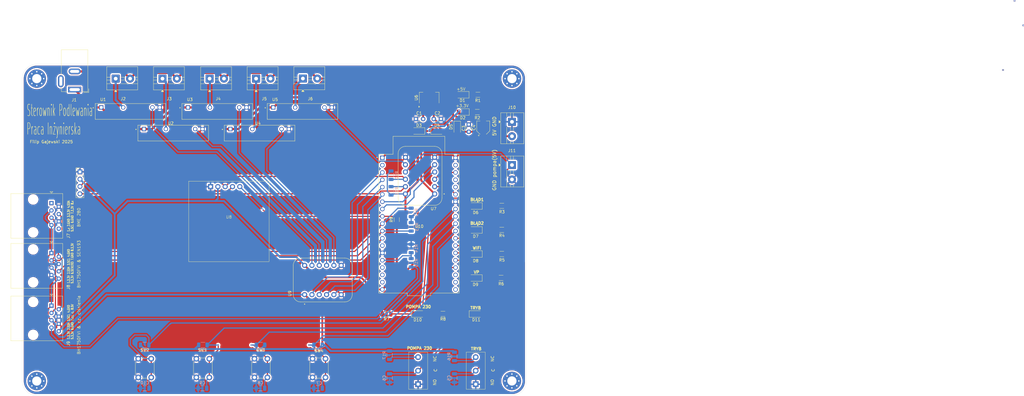
<source format=kicad_pcb>
(kicad_pcb (version 20241229) (generator "pcbnew") (generator_version "9.0")
  (layers (0 "F.Cu" signal) (2 "B.Cu" signal) (13 "F.Paste" user) (15 "B.Paste" user) (5 "F.SilkS" user "F.Silkscreen") (7 "B.SilkS" user "B.Silkscreen") (1 "F.Mask" user) (3 "B.Mask" user) (25 "Edge.Cuts" user))
  (net 0 "")
  (net 1 "/SW1")
  (net 2 "GND")
  (net 3 "/Pompa_230 M")
  (net 4 "Net-(D2-K)")
  (net 5 "+5V")
  (net 6 "Net-(D4-A)")
  (net 7 "+3.3V")
  (net 8 "Net-(D5-A)")
  (net 9 "/BŁĄD1")
  (net 10 "/BŁĄD2")
  (net 11 "Net-(D1-K)")
  (net 12 "/WIFI")
  (net 13 "Net-(D6-K)")
  (net 14 "/TRYB")
  (net 15 "Net-(D7-K)")
  (net 16 "/Pompa_230_5V")
  (net 17 "/Sekcja 2")
  (net 18 "/Sekcja 3")
  (net 19 "/Sekcja 4")
  (net 20 "/Sekcja 5")
  (net 21 "/Pompa_230")
  (net 22 "/Sekcja 1")
  (net 23 "Net-(D3-A)")
  (net 24 "Net-(D9-K)")
  (net 25 "/SW2")
  (net 26 "/SW3")
  (net 27 "/SW4")
  (net 28 "/SEN0193_WYJŚCIE")
  (net 29 "/DS_WYJŚCIE")
  (net 30 "/Sekcja 1_5V")
  (net 31 "/Sekcja 2_5V")
  (net 32 "/Sekcja 3_5V")
  (net 33 "GND_VP")
  (net 34 "Net-(D10-K)")
  (net 35 "Net-(D11-K)")
  (net 37 "VP")
  (net 38 "Net-(J5-Pin_1)")
  (net 39 "/Sekcja 4_5V")
  (net 40 "Net-(J6-Pin_1)")
  (net 41 "Net-(J2-Pin_1)")
  (net 42 "Net-(J3-Pin_1)")
  (net 43 "Net-(J4-Pin_1)")
  (net 44 "/Czujnik ciśnienia output")
  (net 45 "Net-(D8-K)")
  (net 46 "SCL_1")
  (net 47 "SDA_1")
  (net 48 "SCL_2")
  (net 49 "SDA_2_5V")
  (net 50 "SCL_2_5V")
  (net 51 "SDA_2")
  (net 52 "Net-(SW6-A)")
  (net 53 "Net-(SW5-A)")
  (net 63 "unconnected-(U10-IO12-Pad13)")
  (net 65 "/Sekcja 5_5V")
  (net 68 "Net-(J9-Pad7)")
  (footprint "Relay_THT:RELAY_G3MB-202P" (layer "F.Cu") (at 132.38 58.9)
    (property "Reference" "U4")
    (property "Value" "HHG1D-1")
  )
  (footprint "LED_SMD:LED_1206_3216Metric" (layer "F.Cu") (at 202.9 51.6 180)
    (property "Reference" "D2")
    (property "Value" "LED")
  )
  (footprint "LED_SMD:LED_1206_3216Metric" (layer "F.Cu") (at 207.35 109.25 180)
    (property "Reference" "D9")
    (property "Value" "LED")
  )
  (footprint "Resistor_SMD:R_1206_3216Metric" (layer "F.Cu") (at 207.9625 51.6)
    (property "Reference" "R2")
    (property "Value" "130R")
  )
  (footprint "Resistor_SMD:R_1206_3216Metric" (layer "F.Cu") (at 196.0375 121.6625 180)
    (property "Reference" "R8")
    (property "Value" "130R")
  )
  (footprint "TerminalBlock:TerminalBlock_MaiXu_MX126-5.0-02P_1x02_P5.00mm" (layer "F.Cu") (at 98.65 40)
    (property "Reference" "J3")
    (property "Value" "Screw_Terminal_01x02")
  )
  (footprint "Resistor_SMD:R_1206_3216Metric" (layer "F.Cu") (at 180 88.9625 90)
    (property "Reference" "R9")
    (property "Value" "3k3")
  )
  (footprint "MountingHole:MountingHole_3.2mm_M3_Pad_Via" (layer "F.Cu") (at 55 40)
    (property "Reference" "REF**" (hide yes))
    (property "Value" "MountingHole_3.2mm_M3_Pad_Via")
  )
  (footprint "Connector_RJ:RJ45_Amphenol_54602-x08_Horizontal" (layer "F.Cu") (at 60.1 100.5575 -90)
    (property "Reference" "J8")
    (property "Value" "RJ45")
  )
  (footprint "Resistor_SMD:R_1206_3216Metric" (layer "F.Cu") (at 216.4625 84.1625)
    (property "Reference" "R3")
    (property "Value" "130R")
  )
  (footprint "ESP32:MODULE_ESP32-DEVKITC" (layer "F.Cu") (at 187.7 90.35)
    (property "Reference" "U10")
    (property "Value" "ESP32-DEVKITC")
  )
  (footprint "Resistor_SMD:R_1206_3216Metric" (layer "F.Cu") (at 216.4625 92.5225)
    (property "Reference" "R4")
    (property "Value" "130R")
  )
  (footprint "Toggle_Switch:Toggle Switch Bootland 4.7mm" (layer "F.Cu") (at 207.4 141.4025 90)
    (property "Reference" "SW6" (hide yes))
    (property "Value" "SW_Nidec_CAS-120A1")
  )
  (footprint "TerminalBlock:TerminalBlock_MaiXu_MX126-5.0-02P_1x02_P5.00mm" (layer "F.Cu") (at 115 40)
    (property "Reference" "J4")
    (property "Value" "Screw_Terminal_01x02")
  )
  (footprint "LED_SMD:LED_1206_3216Metric" (layer "F.Cu") (at 207.403 121.7025)
    (property "Reference" "D11")
    (property "Value" "LED")
  )
  (footprint "Resistor_SMD:R_1206_3216Metric" (layer "F.Cu") (at 208.1625 45.6)
    (property "Reference" "R1")
    (property "Value" "300R")
  )
  (footprint "Button_Switch_THT:SW_PUSH_6mm" (layer "F.Cu") (at 110.416667 143.75 90)
    (property "Reference" "SW1")
    (property "Value" "SW_Push_Dual_x2")
  )
  (footprint "Capacitor_THT:C_Disc_D3.0mm_W1.6mm_P2.50mm" (layer "F.Cu") (at 205 58.45 90)
    (property "Reference" "C3")
    (property "Value" "0.1u")
  )
  (footprint "TerminalBlock:TerminalBlock_MaiXu_MX126-5.0-02P_1x02_P5.00mm" (layer "F.Cu") (at 82.4 40)
    (property "Reference" "J2")
    (property "Value" "Screw_Terminal_01x02")
  )
  (footprint "TerminalBlock:TerminalBlock_MaiXu_MX126-5.0-02P_1x02_P5.00mm" (layer "F.Cu") (at 220 70 -90)
    (property "Reference" "J11")
    (property "Value" "Screw_Terminal_01x02")
  )
  (footprint "Connector_PinHeader_2.54mm:PinHeader_1x04_P2.54mm_Vertical" (layer "F.Cu") (at 70 72.37)
    (property "Reference" "J12" (hide yes))
    (property "Value" "Conn_01x04_Socket" (hide yes))
  )
  (footprint "Button_Switch_THT:SW_PUSH_6mm" (layer "F.Cu") (at 150.75 143.75 90)
    (property "Reference" "SW4")
    (property "Value" "SW_Push_Dual_x2")
  )
  (footprint "Relay_THT:RELAY_G3MB-202P" (layer "F.Cu") (at 87.54 51.4)
    (property "Reference" "U1")
    (property "Value" "HHG1D-1")
  )
  (footprint "Resistor_SMD:R_1206_3216Metric" (layer "F.Cu") (at 176.4625 121.75 180)
    (property "Reference" "R7")
    (property "Value" "1300")
  )
  (footprint "Resistor_SMD:R_1206_3216Metric" (layer "F.Cu") (at 216.4625 100.8825)
    (property "Reference" "R5")
    (property "Value" "130R")
  )
  (footprint "LED_SMD:LED_1206_3216Metric" (layer "F.Cu") (at 207.403 100.869167 180)
    (property "Reference" "D8")
    (property "Value" "LED")
  )
  (footprint "Capacitor_SMD:CP_Elec_4x5.4" (layer "F.Cu") (at 210 56.975 90)
    (property "Reference" "C4")
    (property "Value" "0.33u")
  )
  (footprint "Connector_BarrelJack:BarrelJack_GCT_DCJ200-10-A_Horizontal" (layer "F.Cu") (at 68.15 43.8 180)
    (property "Reference" "J1")
    (property "Value" "Barrel_Jack_MountingPin")
  )
  (footprint "LED_SMD:LED_1206_3216Metric" (layer "F.Cu") (at 202.8 45.6 180)
    (property "Reference" "D1")
    (property "Value" "LED")
  )
  (footprint "MountingHole:MountingHole_3.2mm_M3_Pad_Via" (layer "F.Cu") (at 220 40)
    (property "Reference" "REF**" (hide yes))
    (property "Value" "MountingHole_3.2mm_M3_Pad_Via")
  )
  (footprint "LED_SMD:LED_1206_3216Metric" (layer "F.Cu") (at 187.4 121.7025)
    (property "Reference" "D10")
    (property "Value" "LED")
  )
  (footprint "Toggle_Switch:Toggle Switch Bootland 4.7mm" (layer "F.Cu") (at 187.4 141.4025 90)
    (property "Reference" "SW5" (hide yes))
    (property "Value" "SW_Nidec_CAS-120A1")
  )
  (footprint "Button_Switch_THT:SW_PUSH_6mm" (layer "F.Cu") (at 130.583333 143.75 90)
    (property "Reference" "SW3")
    (property "Value" "SW_Push_Dual_x2")
  )
  (footprint "Resistor_SMD:R_1206_3216Metric" (layer "F.Cu") (at 216.2125 109.2025)
    (property "Reference" "R6")
    (property "Value" "2k2")
  )
  (footprint "MountingHole:MountingHole_3.2mm_M3_Pad_Via" (layer "F.Cu") (at 55 145)
    (property "Reference" "REF**" (hide yes))
    (property "Value" "MountingHole_3.2mm_M3_Pad_Via")
  )
  (footprint "Diode_SMD:D_1206_3216Metric" (layer "F.Cu") (at 187.475 58.15 180)
    (property "Reference" "D3")
    (property "Value" "D_Schottky")
  )
  (footprint "TerminalBlock:TerminalBlock_MaiXu_MX126-5.0-02P_1x02_P5.00mm" (layer "F.Cu") (at 220 55 -90)
    (property "Reference" "J10")
    (property "Value" "Screw_Terminal_01x02")
  )
  (footprint "TerminalBlock:TerminalBlock_MaiXu_MX126-5.0-02P_1x02_P5.00mm" (layer "F.Cu") (at 131.15 40)
    (property "Reference" "J5")
    (property "Value" "Screw_Terminal_01x02")
  )
  (footprint "MountingHole:MountingHole_3.2mm_M3_Pad_Via" (layer "F.Cu") (at 219.972056 144.972056)
    (property "Reference" "REF**" (hide yes))
    (property "Value" "MountingHole_3.2mm_M3_Pad_Via")
  )
  (footprint "Relay_THT:RELAY_G3MB-202P" (layer "F.Cu") (at 117.66 51.4)
    (property "Reference" "U3")
    (property "Value" "HHG1D-1")
  )
  (footprint "Voltage_Level_Converters:MODULE_757" (layer "F.Cu") (at 154.2865 109.92 90)
    (property "Reference" "U9")
    (property "Value" "757")
  )
  (footprint "Relay_THT:RELAY_G3MB-202P" (layer "F.Cu") (at 102.38 58.9)
    (property "Reference" "U2")
    (property "Value" "HHG1D-1")
  )
  (footprint "Capacitor_THT:C_Disc_D3.0mm_W1.6mm_P2.50mm" (layer "F.Cu") (at 189.15 54 180)
    (property "Reference" "C1")
    (property "Value" "0.1u")
  )
  (footprint "Capacitor_THT:C_Disc_D3.0mm_W1.6mm_P2.50mm" (layer "F.Cu") (at 192.85 54)
    (property "Reference" "C2")
    (property "Value" "0.1u")
  )
  (footprint "Connector_RJ:RJ45_Amphenol_54602-x08_Horizontal" (layer "F.Cu") (at 60.1 83.2175 -90)
    (property "Reference" "J7")
    (property "Value" "RJ45")
  )
  (footprint "Package_TO_SOT_SMD:SOT-223" (layer "F.Cu") (at 191.2625 46.625 90)
    (property "Reference" "U6")
    (property "Value" "LD1117S33TR_SOT223")
  )
  (footprint "LED_SMD:LED_1206_3216Metric" (layer "F.Cu") (at 207.403 84.2025 180)
    (property "Reference" "D6")
    (property "Value" "LED")
  )
  (footprint "Diode_SMD:D_1206_3216Metric" (layer "F.Cu") (at 201 57.05 -90)
    (property "Reference" "D5")
    (property "Value" "D_Schottky")
  )
  (footprint "Connector_RJ:RJ45_Amphenol_54602-x08_Horizontal" (layer "F.Cu") (at 60.1 118.815 -90)
    (property "Reference" "J9")
    (property "Value" "RJ45")
  )
  (footprint "RTC:RTC DS1307 + 32kb EEPROM 24C32 I2C" (layer "F.Cu") (at 121.69 89.565)
    (property "Reference" "U8")
    (property "Value" "~")
  )
  (footprint "LED_SMD:LED_1206_3216Metric" (layer "F.Cu") (at 207.403 92.535833 180)
    (property "Reference" "D7")
    (property "Value" "LED")
  )
  (footprint "TerminalBlock:TerminalBlock_MaiXu_MX126-5.0-02P_1x02_P5.00mm" (layer "F.Cu") (at 147.4 39.9675)
    (property "Reference" "J6")
    (property "Value" "Screw_Terminal_01x02")
  )
  (footprint "Diode_SMD:D_1206_3216Metric" (layer "F.Cu") (at 194.1 58.15)
    (property "Reference" "D4")
    (property "Value" "D_Schottky")
  )
  (footprint "Voltage_Level_Converters:MODULE_757" (layer "F.Cu") (at 188.08 73.7535 180)
    (property "Reference" "U7")
    (property "Value" "757" (hide yes))
  )
  (footprint "Relay_THT:RELAY_G3MB-202P" (layer "F.Cu") (at 147.265 51.4)
    (property "Reference" "U5")
    (property "Value" "HHG1D-1")
  )
  (footprint "Button_Switch_THT:SW_PUSH_6mm" (layer "F.Cu") (at 90.25 143.75 90)
    (property "Reference" "SW2")
    (property "Value" "SW_Push_Dual_x2")
  )
  (footprint "Resistor_SMD:R_1206_3216Metric" (layer "B.Cu") (at 185 103.9625 90)
    (property "Reference" "R15")
    (property "Value" "R" (hide yes))
  )
  (footprint "Resistor_SMD:R_1206_3216Metric" (layer "B.Cu") (at 178 73.5375 -90)
    (property "Reference" "R10")
    (property "Value" "4k7")
  )
  (footprint "Resistor_SMD:R_1206_3216Metric" (layer "B.Cu") (at 152.69 132.5 180)
    (property "Reference" "R18")
    (property "Value" "10k")
  )
  (footprint "Capacitor_SMD:C_1206_3216Metric" (layer "B.Cu") (at 112.525 147.5 180)
    (property "Reference" "C9")
    (property "Value" "0.1u")
  )
  (footprint "Resistor_SMD:R_1206_3216Metric" (layer "B.Cu") (at 112.69 132.5)
    (property "Reference" "R20")
    (property "Value" "10k")
  )
  (footprint "Capacitor_SMD:C_1206_3216Metric" (layer "B.Cu") (at 177.5 143.975 -90)
    (property "Reference" "C6")
    (property "Value" "0.1u")
  )
  (footprint "Resistor_SMD:R_1206_3216Metric" (layer "B.Cu") (at 92.4625 132.5)
    (property "Reference" "R21")
    (property "Value" "10k")
  )
  (footprint "Resistor_SMD:R_1206_3216Metric" (layer "B.Cu") (at 200 136.4625 -90)
    (property "Reference" "R16")
    (property "Value" "10k")
  )
  (footprint "Resistor_SMD:R_1206_3216Metric" (layer "B.Cu") (at 185 98.9625 90)
    (property "Reference" "R14")
    (property "Value" "R")
  )
  (footprint "Capacitor_SMD:C_1206_3216Metric" (layer "B.Cu") (at 132.67 147.5 180)
    (property "Reference" "C8")
    (property "Value" "0.1u")
  )
  (footprint "Resistor_SMD:R_1206_3216Metric" (layer "B.Cu") (at 185 86.4625 90)
    (property "Reference" "R12")
    (property "Value" "3k3")
  )
  (footprint "Resistor_SMD:R_1206_3216Metric" (layer "B.Cu") (at 178 78.9625 90)
    (property "Reference" "R11")
    (property "Value" "4k7")
  )
  (footprint "Capacitor_SMD:C_1206_3216Metric" (layer "B.Cu") (at 92.475 147.5 180)
    (property "Reference" "C10")
    (property "Value" "0.1u")
  )
  (footprint "Resistor_SMD:R_1206_3216Metric" (layer "B.Cu") (at 185 91.4625 -90)
    (property "Reference" "R13")
    (property "Value" "3k3")
  )
  (footprint "Resistor_SMD:R_1206_3216Metric" (layer "B.Cu") (at 132.69 132.5 180)
    (property "Reference" "R19")
    (property "Value" "10k")
  )
  (footprint "Capacitor_SMD:C_1206_3216Metric" (layer "B.Cu") (at 200 143.975 -90)
    (property "Reference" "C5")
    (property "Value" "0.1u")
  )
  (footprint "Resistor_SMD:R_1206_3216Metric" (layer "B.Cu") (at 177.5 136.0375 -90)
    (property "Reference" "R17")
    (property "Value" "10k")
  )
  (footprint "Capacitor_SMD:C_1206_3216Metric" (layer "B.Cu") (at 152.67 147.5 180)
    (property "Reference" "C7")
    (property "Value" "0.1u")
  )
  (gr_arc (start 55 150) (mid 51.464466 148.535534) (end 50 145) (stroke (width 0.05)) (layer "Edge.Cuts"))
  (gr_arc (start 225 145) (mid 223.535534 148.535534) (end 220 150) (stroke (width 0.05)) (layer "Edge.Cuts"))
  (gr_line (start 225 145) (end 225 40) (stroke (width 0.05)) (layer "Edge.Cuts"))
  (gr_arc (start 50 40) (mid 51.464466 36.464466) (end 55 35) (stroke (width 0.05)) (layer "Edge.Cuts"))
  (gr_arc (start 220 35) (mid 223.535534 36.464466) (end 225 40) (stroke (width 0.05)) (layer "Edge.Cuts"))
  (gr_line (start 220 35) (end 55 35) (stroke (width 0.05)) (layer "Edge.Cuts"))
  (gr_line (start 50 40) (end 50 145) (stroke (width 0.05)) (layer "Edge.Cuts"))
  (gr_line (start 55 150) (end 220 150) (stroke (width 0.05)) (layer "Edge.Cuts"))
  (gr_text "5V GND" (at 214.6 60 90) (layer "F.SilkS") (effects (font (size 1.2 1.2) (thickness 0.1875)) (justify left bottom)))
  (gr_text "POMPA 230" (at 183 119.8 0) (layer "F.SilkS") (effects (font (size 1 1) (thickness 0.25) (bold yes)) (justify left bottom)))
  (gr_text "BŁĄD2\n" (at 205.4 90.8 0) (layer "F.SilkS") (effects (font (size 1 1) (thickness 0.25) (bold yes)) (justify left bottom)))
  (gr_text "1.3,3V 2.SDA 3.SCL 4.GND \n5.3,3V 6.GND 7.cz. c. 8.5V" (at 67.8 130.6 90) (layer "F.SilkS") (effects (font (size 0.8 0.6) (thickness 0.15) (bold yes)) (justify left bottom)))
  (gr_text "VP" (at 206.6 107.8 0) (layer "F.SilkS") (effects (font (size 1 1) (thickness 0.25) (bold yes)) (justify left bottom)))
  (gr_text "BH1750FVI & cz. ciśnienia" (at 70.2 135.8 90) (layer "F.SilkS") (effects (font (size 1 1) (thickness 0.125)) (justify left bottom)))
  (gr_text "1.x 2.GND 3.3,3V 4.SDA\n5.SCL 6.GND 7.3,3V 8.x" (at 67.8 93.2 90) (layer "F.SilkS") (effects (font (size 0.8 0.6) (thickness 0.15) (bold yes)) (justify left bottom)))
  (gr_text "TRYB" (at 205.4 120.2 0) (layer "F.SilkS") (effects (font (size 1 1) (thickness 0.25) (bold yes)) (justify left bottom)))
  (gr_text "+5V" (at 200.7 44.2 0) (layer "F.SilkS") (effects (font (size 1 1) (thickness 0.125)) (justify left bottom)))
  (gr_text "+3,3V" (at 200.4 50 0) (layer "F.SilkS") (effects (font (size 1 1) (thickness 0.125)) (justify left bottom)))
  (gr_text "1.3,3V 2.SDA 3.SCL 4.GND\n5.3,3V 6.SEN193 7.GND 8.3,3V" (at 67.8 111.2 90) (layer "F.SilkS") (effects (font (size 0.8 0.6) (thickness 0.15) (bold yes)) (justify left bottom)))
  (gr_text "Filip Gajewski 2025\n" (at 52.5 62.5 0) (layer "F.SilkS") (effects (font (size 1 1)) (justify left bottom)))
  (gr_text "Sterownik Podlewania\nPraca Inżynierska" (at 51.45 59.8 0) (layer "F.SilkS") (effects (font (size 4 1.4)) (justify left bottom)))
  (gr_text "BME 280" (at 70.2 91.6 90) (layer "F.SilkS") (effects (font (size 1 1) (thickness 0.125)) (justify left bottom)))
  (gr_text "TRYB" (at 205.6 134.4 0) (layer "F.SilkS") (effects (font (size 1 1) (thickness 0.25) (bold yes)) (justify left bottom)))
  (gr_text "WIFI" (at 206.2 99.4 0) (layer "F.SilkS") (effects (font (size 1 1) (thickness 0.25) (bold yes)) (justify left bottom)))
  (gr_text "GND pompa(5V)" (at 214.6 79 90) (layer "F.SilkS") (effects (font (size 1.2 1.2) (thickness 0.1875)) (justify left bottom)))
  (gr_text "BH1750FVI & SEN193" (at 70.2 112.8 90) (layer "F.SilkS") (effects (font (size 1 1) (thickness 0.125)) (justify left bottom)))
  (gr_text "BŁĄD1" (at 205.4 82.6 0) (layer "F.SilkS") (effects (font (size 1 1) (thickness 0.25) (bold yes)) (justify left bottom)))
  (gr_text "POMPA 230" (at 183.4 134.2 0) (layer "F.SilkS") (effects (font (size 1 1) (thickness 0.25) (bold yes)) (justify left bottom)))
  (via (at 390.5 37) (size 0.6) (drill 0.3) (layers "F.Cu" "B.Cu") (net 0))
  (via (at 394.5 13) (size 0.6) (drill 0.3) (layers "F.Cu" "B.Cu") (net 0))
  (via (at 397.5 21.5) (size 0.6) (drill 0.3) (layers "F.Cu" "B.Cu") (net 0))
  (segment (start 94.75 137.25) (end 94.75 143.75) (width 0.4064) (layer "F.Cu") (net 1))
  (segment (start 101.375 125.05) (end 93.925 132.5) (width 0.4064) (layer "B.Cu") (net 1))
  (segment (start 93.95 147.5) (end 93.95 144.55) (width 0.4064) (layer "B.Cu") (net 1))
  (segment (start 93.925 129.925) (end 93.925 132.5) (width 0.4064) (layer "B.Cu") (net 1))
  (segment (start 87.5 132.5) (end 87.5 130.5) (width 0.4064) (layer "B.Cu") (net 1))
  (segment (start 189 110.4) (end 174.55 124.85) (width 0.4064) (layer "B.Cu") (net 1))
  (segment (start 174.55 124.85) (end 101.725 124.85) (width 0.4064) (layer "B.Cu") (net 1))
  (segment (start 93.95 144.55) (end 94.75 143.75) (width 0.4064) (layer "B.Cu") (net 1))
  (segment (start 93 129) (end 93.925 129.925) (width 0.4064) (layer "B.Cu") (net 1))
  (segment (start 200.4 85.28) (end 189 96.68) (width 0.4064) (layer "B.Cu") (net 1))
  (segment (start 89 129) (end 93 129) (width 0.4064) (layer "B.Cu") (net 1))
  (segment (start 87.5 130.5) (end 89 129) (width 0.4064) (layer "B.Cu") (net 1))
  (segment (start 189 96.68) (end 189 110.4) (width 0.4064) (layer "B.Cu") (net 1))
  (segment (start 101.725 124.85) (end 101.375 125.2) (width 0.4064) (layer "B.Cu") (net 1))
  (segment (start 87.5 132.5) (end 92.25 137.25) (width 0.4064) (layer "B.Cu") (net 1))
  (segment (start 92.25 137.25) (end 94.75 137.25) (width 0.4064) (layer "B.Cu") (net 1))
  (via (at 192 68.5) (size 0.6) (drill 0.3) (layers "F.Cu" "B.Cu") (net 2))
  (segment (start 59.375 104.56857) (end 58.8315 105.11207) (width 0.635) (layer "B.Cu") (net 2))
  (segment (start 62.64 104.3675) (end 59.5575 104.3675) (width 0.635) (layer "B.Cu") (net 2))
  (segment (start 58.8315 106.909) (end 60.1 108.1775) (width 0.635) (layer "B.Cu") (net 2))
  (segment (start 59.5575 104.3675) (end 59.375 104.55) (width 0.635) (layer "B.Cu") (net 2))
  (segment (start 62.64 89.5675) (end 64.5 87.7075) (width 0.4064) (layer "B.Cu") (net 2))
  (segment (start 59.375 104.55) (end 59.375 104.56857) (width 0.635) (layer "B.Cu") (net 2))
  (segment (start 185 97.5) (end 178.02 97.5) (width 0.762) (layer "B.Cu") (net 2))
  (segment (start 64.5 86.3475) (end 62.64 84.4875) (width 0.4064) (layer "B.Cu") (net 2))
  (segment (start 178.02 97.5) (end 175 100.52) (width 0.762) (layer "B.Cu") (net 2))
  (segment (start 64.5 87.7075) (end 64.5 86.3475) (width 0.4064) (layer "B.Cu") (net 2))
  (segment (start 58.8315 105.11207) (end 58.8315 106.909) (width 0.635) (layer "B.Cu") (net 2))
  (segment (start 196 108) (end 198.4 105.6) (width 0.4064) (layer "F.Cu") (net 3))
  (segment (start 198.4 105.6) (end 200.4 105.6) (width 0.4064) (layer "F.Cu") (net 3))
  (segment (start 187.4 141.4025) (end 196 132.8025) (width 0.4064) (layer "F.Cu") (net 3))
  (segment (start 196 132.8025) (end 196 108) (width 0.4064) (layer "F.Cu") (net 3))
  (segment (start 187.4 141.4025) (end 186.3025 142.5) (width 0.4064) (layer "B.Cu") (net 3))
  (segment (start 186.3025 142.5) (end 177.5 142.5) (width 0.4064) (layer "B.Cu") (net 3))
  (segment (start 206.5 51.325) (end 204.3 51.325) (width 0.635) (layer "F.Cu") (net 4))
  (segment (start 193.8435 58.58725) (end 195.20625 59.95) (width 0.635) (layer "F.Cu") (net 5))
  (segment (start 193.40025 56.7565) (end 193.8435 57.19975) (width 0.635) (layer "F.Cu") (net 5))
  (segment (start 192.85 53.875) (end 194.0595 55.0845) (width 0.635) (layer "F.Cu") (net 5))
  (segment (start 187.2185 57.2815) (end 187.7435 56.7565) (width 0.635) (layer "F.Cu") (net 5))
  (segment (start 193.5625 49.775) (end 192.85 50.4875) (width 0.635) (layer "F.Cu") (net 5))
  (segment (start 171.78 113.22) (end 175 113.22) (width 0.635) (layer "F.Cu") (net 5))
  (segment (start 187.2185 75.8215) (end 187.2185 57.2815) (width 0.635) (layer "F.Cu") (net 5))
  (segment (start 197.25 55.5) (end 196.75 55.5) (width 0.635) (layer "F.Cu") (net 5))
  (segment (start 201.4 45.6) (end 199.5565 47.4435) (width 0.635) (layer "F.Cu") (net 5))
  (segment (start 199.5565 53) (end 199.5565 52) (width 0.635) (layer "F.Cu") (net 5))
  (segment (start 197.3565 55.2) (end 199.5565 53) (width 0.635) (layer "F.Cu") (net 5))
  (segment (start 201 55.65) (end 199.5565 54.2065) (width 0.635) (layer "F.Cu") (net 5))
  (segment (start 196.8 59.95) (end 197.75 59) (width 0.635) (layer "F.Cu") (net 5))
  (segment (start 167.56 109) (end 171.78 113.22) (width 0.635) (layer "F.Cu") (net 5))
  (segment (start 192.85 50.4875) (end 192.85 53.875) (width 0.635) (layer "F.Cu") (net 5))
  (segment (start 148 104.84) (end 152.16 109) (width 0.635) (layer "F.Cu") (net 5))
  (segment (start 183 80.04) (end 187.2185 75.8215) (width 0.635) (layer "F.Cu") (net 5))
  (segment (start 199.5565 54.2065) (end 199.5565 53) (width 0.635) (layer "F.Cu") (net 5))
  (segment (start 187.7435 56.7565) (end 193.40025 56.7565) (width 0.635) (layer "F.Cu") (net 5))
  (segment (start 193.8435 57.19975) (end 193.8435 58.58725) (width 0.635) (layer "F.Cu") (net 5))
  (segment (start 194.758314 55.75) (end 196.5 55.75) (width 0.635) (layer "F.Cu") (net 5))
  (segment (start 199.5565 52) (end 199.5565 52.3815) (width 0.635) (layer "F.Cu") (net 5))
  (segment (start 196.75 55.5) (end 197.05 55.2) (width 0.635) (layer "F.Cu") (net 5))
  (segment (start 195.20625 59.95) (end 196.8 59.95) (width 0.635) (layer "F.Cu") (net 5))
  (segment (start 199.5565 47.4435) (end 199.5565 52) (width 0.635) (layer "F.Cu") (net 5))
  (segment (start 152.16 109) (end 167.56 109) (width 0.635) (layer "F.Cu") (net 5))
  (segment (start 197.05 55.2) (end 197.3565 55.2) (width 0.635) (layer "F.Cu") (net 5))
  (segment (start 197.75 59) (end 197.75 56) (width 0.635) (layer "F.Cu") (net 5))
  (segment (start 197.75 56) (end 197.25 55.5) (width 0.635) (layer "F.Cu") (net 5))
  (segment (start 196.5 55.75) (end 197.05 55.2) (width 0.635) (layer "F.Cu") (net 5))
  (segment (start 194.0595 55.0845) (end 194.092814 55.0845) (width 0.635) (layer "F.Cu") (net 5))
  (segment (start 180 90.425) (end 180 108.22) (width 0.635) (layer "F.Cu") (net 5))
  (segment (start 194.092814 55.0845) (end 194.758314 55.75) (width 0.635) (layer "F.Cu") (net 5))
  (segment (start 183 87.425) (end 183 80.04) (width 0.635) (layer "F.Cu") (net 5))
  (segment (start 180 108.22) (end 175 113.22) (width 0.635) (layer "F.Cu") (net 5))
  (segment (start 180 90.425) (end 183 87.425) (width 0.635) (layer "F.Cu") (net 5))
  (segment (start 148 104.84) (end 145.12 101.96) (width 0.635) (layer "B.Cu") (net 5))
  (segment (start 176.7208 79.1458) (end 178 80.425) (width 0.4064) (layer "B.Cu") (net 5))
  (segment (start 139.46 101.96) (end 120 82.5) (width 0.635) (layer "B.Cu") (net 5))
  (segment (start 176.7208 73.3542) (end 176.7208 79.1458) (width 0.4064) (layer "B.Cu") (net 5))
  (segment (start 183.115 79.925) (end 183 80.04) (width 0.4064) (layer "B.Cu") (net 5))
  (segment (start 117.15 82.5) (end 86.51 82.5) (width 0.635) (layer "B.Cu") (net 5))
  (segment (start 145.12 101.96) (end 139.46 101.96) (width 0.635) (layer "B.Cu") (net 5))
  (segment (start 70 74.91) (end 82.05 86.96) (width 0.635) (layer "B.Cu") (net 5))
  (segment (start 117.88 81.62) (end 117 82.5) (width 0.635) (layer "B.Cu") (net 5))
  (segment (start 82.05 86.96) (end 82.05 108.295) (width 0.635) (layer "B.Cu") (net 5))
  (segment (start 178.385 80.04) (end 178 80.425) (width 0.4064) (layer "B.Cu") (net 5))
  (segment (start 183 80.04) (end 178.385 80.04) (width 0.4064) (layer "B.Cu") (net 5))
  (segment (start 117.88 77.5) (end 117.88 81.62) (width 0.635) (layer "B.Cu") (net 5))
  (segment (start 86.51 82.5) (end 82.05 86.96) (width 0.635) (layer "B.Cu") (net 5))
  (segment (start 120 82.5) (end 117.15 82.5) (width 0.635) (layer "B.Cu") (net 5))
  (segment (start 82.05 108.295) (end 62.64 127.705) (width 0.635) (layer "B.Cu") (net 5))
  (segment (start 117.15 82.5) (end 117 82.5) (width 0.635) (layer "B.Cu") (net 5))
  (segment (start 178 72.075) (end 176.7208 73.3542) (width 0.4064) (layer "B.Cu") (net 5))
  (segment (start 191.2625 53.9625) (end 191.2625 51.75) (width 0.635) (layer "F.Cu") (net 6))
  (segment (start 191.2625 54.4625) (end 191.2625 53.9625) (width 0.635) (layer "F.Cu") (net 6))
  (segment (start 190.2 51.75) (end 189.15 52.8) (width 0.635) (layer "F.Cu") (net 6))
  (segment (start 191.2625 51.75) (end 190.2 51.75) (width 0.635) (layer "F.Cu") (net 6))
  (segment (start 193.746532 55.9205) (end 192.7205 55.9205) (width 0.635) (layer "F.Cu") (net 6))
  (segment (start 192.7205 55.9205) (end 191.2625 54.4625) (width 0.635) (layer "F.Cu") (net 6))
  (segment (start 195.5 57.673968) (end 193.746532 55.9205) (width 0.635) (layer "F.Cu") (net 6))
  (segment (start 195.5 58.15) (end 195.5 57.673968) (width 0.635) (layer "F.Cu") (net 6))
  (segment (start 191.2625 49.775) (end 191.2625 53.9625) (width 0.635) (layer "F.Cu") (net 6))
  (segment (start 189.15 52.8) (end 189.15 54) (width 0.635) (layer "F.Cu") (net 6))
  (segment (start 192.7 58.15) (end 188.5 62.35) (width 0.635) (layer "F.Cu") (net 7))
  (segment (start 188.925 58.2) (end 188.875 58.15) (width 0.635) (layer "F.Cu") (net 7))
  (segment (start 154.15 121.15) (end 154.15 132.6) (width 0.635) (layer "F.Cu") (net 7))
  (segment (start 60.1 118.815) (end 58.9458 119.9692) (width 0.4064) (layer "F.Cu") (net 7))
  (segment (start 192.7 58.2) (end 191.075 58.2) (width 0.635) (layer "F.Cu") (net 7))
  (segment (start 191.075 58.2) (end 188.925 58.2) (width 0.635) (layer "F.Cu") (net 7))
  (segment (start 58.9458 122.7408) (end 60.1 123.895) (width 0.4064) (layer "F.Cu") (net 7))
  (segment (start 148 115) (end 154.15 121.15) (width 0.635) (layer "F.Cu") (net 7))
  (segment (start 60.1 105.6375) (end 58.9458 104.4833) (width 0.4064) (layer "F.Cu") (net 7))
  (segment (start 58.9458 101.7117) (end 60.1 100.5575) (width 0.4064) (layer "F.Cu") (net 7))
  (segment (start 188.5 62.35) (end 188.5 75.38) (width 0.635) (layer "F.Cu") (net 7))
  (segment (start 154.15 121.15) (end 168.885144 121.15) (width 0.635) (layer "F.Cu") (net 7))
  (segment (start 188.5 75.38) (end 193.16 80.04) (width 0.635) (layer "F.Cu") (net 7))
  (segment (start 168.885144 121.15) (end 187.3 102.735144) (width 0.635) (layer "F.Cu") (net 7))
  (segment (start 58.9458 119.9692) (end 58.9458 122.7408) (width 0.4064) (layer "F.Cu") (net 7))
  (segment (start 187.3 85.9) (end 193.16 80.04) (width 0.635) (layer "F.Cu") (net 7))
  (segment (start 58.9458 104.4833) (end 58.9458 101.7117) (width 0.4064) (layer "F.Cu") (net 7))
  (segment (start 187.3 102.735144) (end 187.3 85.9) (width 0.635) (layer "F.Cu") (net 7))
  (via (at 154.15 132.6) (size 0.6) (drill 0.3) (layers "F.Cu" "B.Cu") (net 7))
  (via (at 191.075 58.2) (size 0.6) (drill 0.3) (layers "F.Cu" "B.Cu") (net 7))
  (via (at 201.6 51) (size 0.6) (drill 0.3) (layers "F.Cu" "B.Cu") (net 7))
  (segment (start 155 132.5) (end 157.075 134.575) (width 0.635) (layer "B.Cu") (net 7))
  (segment (start 148 115) (end 79.2 115) (width 0.635) (layer "B.Cu") (net 7))
  (segment (start 109.834 133.8935) (end 110.11375 133.61375) (width 0.635) (layer "B.Cu") (net 7))
  (segment (start 92.3935 133.8935) (end 109.834 133.8935) (width 0.635) (layer "B.Cu") (net 7))
  (segment (start 199.575 134.575) (end 200 135) (width 0.635) (layer "B.Cu") (net 7))
  (segment (start 110.3935 133.8935) (end 132.759 133.8935) (width 0.635) (layer "B.Cu") (net 7))
  (segment (start 132.759 133.8935) (end 132.82625 133.82625) (width 0.635) (layer "B.Cu") (net 7))
  (segment (start 152.759 133.8935) (end 154.1525 132.5) (width 0.635) (layer "B.Cu") (net 7))
  (segment (start 132.82625 133.82625) (end 134.1525 132.5) (width 0.635) (layer "B.Cu") (net 7))
  (segment (start 154.1525 132.5) (end 155 132.5) (width 0.635) (layer "B.Cu") (net 7))
  (segment (start 191.075 58.2) (end 192.75 56.525) (width 0.635) (layer "B.Cu") (net 7))
  (segment (start 110.11375 133.61375) (end 110.3935 133.8935) (width 0.635) (layer "B.Cu") (net 7))
  (segment (start 64.5 129.7) (end 62.84107 129.7) (width 0.635) (layer "B.Cu") (net 7))
  (segment (start 60.1 111.9875) (end 60.1 118.815) (width 0.4064) (layer "B.Cu") (net 7))
  (segment (start 61.3685 128.22743) (end 61.3685 125.1635) (width 0.635) (layer "B.Cu") (net 7))
  (segment (start 60.1 105.6375) (end 61.2542 106.7917) (width 0.4064) (layer "B.Cu") (net 7))
  (segment (start 57.975 88.7125) (end 57.975 87.8825) (width 0.4064) (layer "B.Cu") (net 7))
  (segment (start 79.2 115) (end 64.5 129.7) (width 0.635) (layer "B.Cu") (net 7))
  (segment (start 185.275 87.925) (end 193.16 80.04) (width 0.635) (layer "B.Cu") (net 7))
  (segment (start 60.1 90.8375) (end 57.975 88.7125) (width 0.4064) (layer "B.Cu") (net 7))
  (segment (start 110.11375 133.61375) (end 111.2275 132.5) (width 0.635) (layer "B.Cu") (net 7))
  (segment (start 57.975 87.8825) (end 60.1 85.7575) (width 0.4064) (layer "B.Cu") (net 7))
  (segment (start 61.2542 108.0617) (end 62.64 109.4475) (width 0.4064) (layer "B.Cu") (net 7))
  (segment (start 61.2542 106.7917) (end 61.2542 108.0617) (width 0.4064) (layer "B.Cu") (net 7))
  (segment (start 200.6125 52.3875) (end 201.6 51.4) (width 0.635) (layer "B.Cu") (net 7))
  (segment (start 177.5 134.575) (end 199.575 134.575) (width 0.635) (layer "B.Cu") (net 7))
  (segment (start 132.8935 133.8935) (end 152.759 133.8935) (width 0.635) (layer "B.Cu") (net 7))
  (segment (start 134.5 132.5) (end 134.1525 132.5) (width 0.635) (layer "B.Cu") (net 7))
  (segment (start 201.6 51.4) (end 201.6 51) (width 0.635) (layer "B.Cu") (net 7))
  (segment (start 157.075 134.575) (end 177.5 134.575) (width 0.635) (layer "B.Cu") (net 7))
  (segment (start 91 132.5) (end 92.3935 133.8935) (width 0.635) (layer "B.Cu") (net 7))
  (segment (start 62.84107 129.7) (end 61.3685 128.22743) (width 0.635) (layer "B.Cu") (net 7))
  (segment (start 132.82625 133.82625) (end 132.8935 133.8935) (width 0.635) (layer "B.Cu") (net 7))
  (segment (start 62.64 109.4475) (end 60.1 111.9875) (width 0.4064) (layer "B.Cu") (net 7))
  (segment (start 61.3685 125.1635) (end 60.1 123.895) (width 0.635) (layer "B.Cu") (net 7))
  (segment (start 60.1 100.5575) (end 60.1 90.8375) (width 0.4064) (layer "B.Cu") (net 7))
  (segment (start 192.75 56.525) (end 196.475 56.525) (width 0.635) (layer "B.Cu") (net 7))
  (segment (start 196.475 56.525) (end 200.6125 52.3875) (width 0.635) (layer "B.Cu") (net 7))
  (segment (start 185 87.925) (end 185 90) (width 0.4064) (layer "B.Cu") (net 7))
  (segment (start 185 87.925) (end 185.275 87.925) (width 0.635) (layer "B.Cu") (net 7))
  (segment (start 212.3 58.4) (end 207.4 58.4) (width 0.635) (layer "F.Cu") (net 8))
  (segment (start 220 60) (end 213.9 60) (width 0.635) (layer "F.Cu") (net 8))
  (segment (start 213.9 60) (end 212.3 58.4) (width 0.635) (layer "F.Cu") (net 8))
  (segment (start 207.35 58.45) (end 201 58.45) (width 0.635) (layer "F.Cu") (net 8))
  (segment (start 207.4 58.4) (end 207.35 58.45) (width 0.635) (layer "F.Cu") (net 8))
  (segment (start 203.5 95) (end 203.5 86.7055) (width 0.4064) (layer "F.Cu") (net 9))
  (segment (start 203.06 95.44) (end 203.5 95) (width 0.4064) (layer "F.Cu") (net 9))
  (segment (start 200.4 95.44) (end 203.06 95.44) (width 0.4064) (layer "F.Cu") (net 9))
  (segment (start 203.5 86.7055) (end 206.003 84.2025) (width 0.4064) (layer "F.Cu") (net 9))
  (segment (start 205 96.5) (end 203.52 97.98) (width 0.4064) (layer "F.Cu") (net 10))
  (segment (start 206.003 92.535833) (end 205 93.538833) (width 0.4064) (layer "F.Cu") (net 10))
  (segment (start 205 93.538833) (end 205 96.5) (width 0.4064) (layer "F.Cu") (net 10))
  (segment (start 203.52 97.98) (end 200.4 97.98) (width 0.4064) (layer "F.Cu") (net 10))
  (segment (start 206.7 45.6) (end 204.2 45.6) (width 0.635) (layer "F.Cu") (net 11))
  (segment (start 205.653833 100.52) (end 206.003 100.869167) (width 0.4064) (layer "F.Cu") (net 12))
  (segment (start 200.4 100.52) (end 205.653833 100.52) (width 0.4064) (layer "F.Cu") (net 12))
  (segment (start 208.803 84.2025) (end 214.96 84.2025) (width 0.4064) (layer "F.Cu") (net 13))
  (segment (start 214.96 84.2025) (end 215 84.1625) (width 0.4064) (layer "F.Cu") (net 13))
  (segment (start 211 138) (end 211 123.8995) (width 0.4064) (layer "F.Cu") (net 14))
  (segment (start 202.06 103.06) (end 203 104) (width 0.4064) (layer "F.Cu") (net 14))
  (segment (start 208.803 119.303) (end 208.803 121.7025) (width 0.4064) (layer "F.Cu") (net 14))
  (segment (start 203 104) (end 203 113.5) (width 0.4064) (layer "F.Cu") (net 14))
  (segment (start 207.4 141.4025) (end 210.8025 138) (width 0.4064) (layer "F.Cu") (net 14))
  (segment (start 200.4 103.06) (end 202.06 103.06) (width 0.4064) (layer "F.Cu") (net 14))
  (segment (start 211 123.8995) (end 208.803 121.7025) (width 0.4064) (layer "F.Cu") (net 14))
  (segment (start 203 113.5) (end 208.803 119.303) (width 0.4064) (layer "F.Cu") (net 14))
  (segment (start 210.8025 138) (end 211 138) (width 0.4064) (layer "F.Cu") (net 14))
  (segment (start 206.3025 142.5) (end 207.4 141.4025) (width 0.4064) (layer "B.Cu") (net 14))
  (segment (start 200 142.5) (end 206.3025 142.5) (width 0.4064) (layer "B.Cu") (net 14))
  (segment (start 208.803 92.535833) (end 214.986667 92.535833) (width 0.4064) (layer "F.Cu") (net 15))
  (segment (start 214.986667 92.535833) (end 215 92.5225) (width 0.4064) (layer "F.Cu") (net 15))
  (segment (start 191.25 90) (end 188.8 121.7025) (width 0.4064) (layer "F.Cu") (net 16))
  (segment (start 220 70) (end 208.5 81.5) (width 0.4064) (layer "F.Cu") (net 16))
  (segment (start 208.5 81.5) (end 198.9 81.5) (width 0.4064) (layer "F.Cu") (net 16))
  (segment (start 198.9 81.5) (end 191.25 90) (width 0.4064) (layer "F.Cu") (net 16))
  (segment (start 216.0468 66.0468) (end 192 66.0468) (width 0.4064) (layer "B.Cu") (net 16))
  (segment (start 220 70) (end 216.0468 66.0468) (width 0.4064) (layer "B.Cu") (net 16))
  (segment (start 189.3732 66.0468) (end 183 72.42) (width 0.4064) (layer "B.Cu") (net 16))
  (segment (start 192 66.0468) (end 189.3732 66.0468) (width 0.4064) (layer "B.Cu") (net 16))
  (segment (start 175 75.12) (end 166.35 83.77) (width 0.4064) (layer "B.Cu") (net 17))
  (segment (start 153.08 114.42) (end 153.08 115) (width 0.4064) (layer "B.Cu") (net 17))
  (segment (start 157 110.5) (end 153.08 114.42) (width 0.4064) (layer "B.Cu") (net 17))
  (segment (start 166.35 83.77) (end 166.35 108.223262) (width 0.4064) (layer "B.Cu") (net 17))
  (segment (start 166.35 108.223262) (end 164.073262 110.5) (width 0.4064) (layer "B.Cu") (net 17))
  (segment (start 164.073262 110.5) (end 157 110.5) (width 0.4064) (layer "B.Cu") (net 17))
  (segment (start 155.62 114.88) (end 155.62 115) (width 0.4064) (layer "B.Cu") (net 18))
  (segment (start 168.2 84.46) (end 168.2 108.55) (width 0.4064) (layer "B.Cu") (net 18))
  (segment (start 164.75 112) (end 158.5 112) (width 0.4064) (layer "B.Cu") (net 18))
  (segment (start 168.2 108.55) (end 164.75 112) (width 0.4064) (layer "B.Cu") (net 18))
  (segment (start 158.5 112) (end 155.62 114.88) (width 0.4064) (layer "B.Cu") (net 18))
  (segment (start 175 77.66) (end 168.2 84.46) (width 0.4064) (layer "B.Cu") (net 18))
  (segment (start 169.95 109.05) (end 165.5 113.5) (width 0.4064) (layer "B.Cu") (net 19))
  (segment (start 175 80.2) (end 175 80.5) (width 0.4064) (layer "B.Cu") (net 19))
  (segment (start 169.95 85.55) (end 169.95 109.05) (width 0.4064) (layer "B.Cu") (net 19))
  (segment (start 159.66 113.5) (end 158.16 115) (width 0.4064) (layer "B.Cu") (net 19))
  (segment (start 165.5 113.5) (end 159.66 113.5) (width 0.4064) (layer "B.Cu") (net 19))
  (segment (start 175 80.5) (end 169.95 85.55) (width 0.4064) (layer "B.Cu") (net 19))
  (segment (start 184.7 78.34) (end 193.16 69.88) (width 0.4064) (layer "B.Cu") (net 20))
  (segment (start 182.128861 82.74) (end 184.7 80.168861) (width 0.4064) (layer "B.Cu") (net 20))
  (segment (start 175 82.74) (end 182.128861 82.74) (width 0.4064) (layer "B.Cu") (net 20))
  (segment (start 184.7 80.168861) (end 184.7 78.34) (width 0.4064) (layer "B.Cu") (net 20))
  (segment (start 176.455 83.825) (end 183.375 83.825) (width 0.4064) (layer "B.Cu") (net 21))
  (segment (start 183.375 83.825) (end 183.375 83.775) (width 0.4064) (layer "B.Cu") (net 21))
  (segment (start 185.975 81.175) (end 185.975 79.05) (width 0.4064) (layer "B.Cu") (net 21))
  (segment (start 192.605 72.42) (end 193.16 72.42) (width 0.4064) (layer "B.Cu") (net 21))
  (segment (start 183.375 83.775) (end 185.975 81.175) (width 0.4064) (layer "B.Cu") (net 21))
  (segment (start 175 85.28) (end 176.455 83.825) (width 0.4064) (layer "B.Cu") (net 21))
  (segment (start 185.975 79.05) (end 192.605 72.42) (width 0.4064) (layer "B.Cu") (net 21))
  (segment (start 151 114.54) (end 150.54 115) (width 0.4064) (layer "F.Cu") (net 22))
  (segment (start 150.54 114.46) (end 150.54 115) (width 0.4064) (layer "B.Cu") (net 22))
  (segment (start 163.1074 108.8926) (end 156.1074 108.8926) (width 0.4064) (layer "B.Cu") (net 22))
  (segment (start 151.063319 114.476681) (end 150.54 115) (width 0.4064) (layer "B.Cu") (net 22))
  (segment (start 175 72.58) (end 164.5 83.08) (width 0.4064) (layer "B.Cu") (net 22))
  (segment (start 164.5 107.5) (end 163.1074 108.8926) (width 0.4064) (layer "B.Cu") (net 22))
  (segment (start 156.1074 108.8926) (end 150.54 114.46) (width 0.4064) (layer "B.Cu") (net 22))
  (segment (start 164.5 83.08) (end 164.5 107.5) (width 0.4064) (layer "B.Cu") (net 22))
  (segment (start 186.075 58.15) (end 184.35 58.15) (width 0.635) (layer "F.Cu") (net 23))
  (segment (start 184.3125 58.1875) (end 175 67.5) (width 0.635) (layer "F.Cu") (net 23))
  (segment (start 184.35 58.15) (end 184.3125 58.1875) (width 0.635) (layer "F.Cu") (net 23))
  (segment (start 214.96 109.2025) (end 215 109.2425) (width 0.4064) (layer "F.Cu") (net 24))
  (segment (start 208.803 109.2025) (end 214.96 109.2025) (width 0.4064) (layer "F.Cu") (net 24))
  (segment (start 114.916667 137.25) (end 118 134.166667) (width 0.4064) (layer "F.Cu") (net 25))
  (segment (start 114.916667 137.25) (end 114.916667 143.75) (width 0.4064) (layer "F.Cu") (net 25))
  (segment (start 118 134.166667) (end 118 132.5) (width 0.4064) (layer "F.Cu") (net 25))
  (via (at 118 132.5) (size 0.6) (drill 0.3) (layers "F.Cu" "B.Cu") (net 25))
  (segment (start 114.1525 132.5) (end 120.0525 126.6) (width 0.4064) (layer "B.Cu") (net 25))
  (segment (start 190.7 97.52) (end 200.4 87.82) (width 0.4064) (layer "B.Cu") (net 25))
  (segment (start 175.2 126.6) (end 190.7 111.1) (width 0.4064) (layer "B.Cu") (net 25))
  (segment (start 118 132.5) (end 114.1525 132.5) (width 0.4064) (layer "B.Cu") (net 25))
  (segment (start 120.0525 126.6) (end 175.2 126.6) (width 0.4064) (layer "B.Cu") (net 25))
  (segment (start 114 147.5) (end 114 144.666667) (width 0.4064) (layer "B.Cu") (net 25))
  (segment (start 190.7 111.1) (end 190.7 97.52) (width 0.4064) (layer "B.Cu") (net 25))
  (segment (start 114 144.666667) (end 114.916667 143.75) (width 0.4064) (layer "B.Cu") (net 25))
  (segment (start 135.083333 137.25) (end 135.083333 143.75) (width 0.4064) (layer "F.Cu") (net 26))
  (segment (start 130.333333 132.5) (end 129.5 132.5) (width 0.4064) (layer "F.Cu") (net 26))
  (segment (start 135.083333 137.25) (end 130.333333 132.5) (width 0.4064) (layer "F.Cu") (net 26))
  (via (at 129.5 132.5) (size 0.6) (drill 0.3) (layers "F.Cu" "B.Cu") (net 26))
  (segment (start 134.145 147.5) (end 134.145 144.688333) (width 0.4064) (layer "B.Cu") (net 26))
  (segment (start 176.1 128) (end 135.7275 128) (width 0.4064) (layer "B.Cu") (net 26))
  (segment (start 192.5 98.26) (end 192.5 111.6) (width 0.4064) (layer "B.Cu") (net 26))
  (segment (start 135.7275 128) (end 131.2275 132.5) (width 0.4064) (layer "B.Cu") (net 26))
  (segment (start 134.145 144.688333) (end 135.083333 143.75) (width 0.4064) (layer "B.Cu") (net 26))
  (segment (start 200.4 90.36) (end 192.5 98.26) (width 0.4064) (layer "B.Cu") (net 26))
  (segment (start 131.2275 132.5) (end 129.5 132.5) (width 0.4064) (layer "B.Cu") (net 26))
  (segment (start 192.5 111.6) (end 176.1 128) (width 0.4064) (layer "B.Cu") (net 26))
  (segment (start 155.25 137.25) (end 150.5 132.5) (width 0.4064) (layer "F.Cu") (net 27))
  (segment (start 155.25 137.25) (end 155.25 143.75) (width 0.4064) (layer "F.Cu") (net 27))
  (segment (start 150.5 132.5) (end 149.5 132.5) (width 0.4064) (layer "F.Cu") (net 27))
  (via (at 149.5 132.5) (size 0.6) (drill 0.3) (layers "F.Cu" "B.Cu") (net 27))
  (segment (start 194.2 112) (end 194.2 99.1) (width 0.4064) (layer "B.Cu") (net 27))
  (segment (start 154.4275 129.3) (end 176.9 129.3) (width 0.4064) (layer "B.Cu") (net 27))
  (segment (start 151.2275 132.5) (end 154.4275 129.3) (width 0.4064) (layer "B.Cu") (net 27))
  (segment (start 176.9 129.3) (end 194.2 112) (width 0.4064) (layer "B.Cu") (net 27))
  (segment (start 149.5 132.5) (end 151.2275 132.5) (width 0.4064) (layer "B.Cu") (net 27))
  (segment (start 194.2 99.1) (end 200.4 92.9) (width 0.4064) (layer "B.Cu") (net 27))
  (segment (start 154.145 144.855) (end 155.25 143.75) (width 0.4064) (layer "B.Cu") (net 27))
  (segment (start 154.145 147.5) (end 154.145 144.855) (width 0.4064) (layer "B.Cu") (net 27))
  (segment (start 167.44 103) (end 66.5475 103) (width 0.4064) (layer "F.Cu") (net 28))
  (segment (start 62.64 106.9075) (end 62.64 106.36) (width 0.4064) (layer "F.Cu") (net 28))
  (segment (start 66.5475 103) (end 62.64 106.9075) (width 0.4064) (layer "F.Cu") (net 28))
  (segment (start 175 95.44) (end 167.44 103) (width 0.4064) (layer "F.Cu") (net 28))
  (segment (start 133.5 85.5) (end 135.82 87.82) (width 0.4064) (layer "F.Cu") (net 29))
  (segment (start 179.5 88) (end 180 87.5) (width 0.4064) (layer "F.Cu") (net 29))
  (segment (start 175 87.82) (end 179.68 87.82) (width 0.4064) (layer "F.Cu") (net 29))
  (segment (start 135.82 87.82) (end 175 87.82) (width 0.4064) (layer "F.Cu") (net 29))
  (segment (start 174.84 87.66) (end 175 87.82) (width 0.4064) (layer "F.Cu") (net 29))
  (segment (start 179.68 87.82) (end 180 87.5) (width 0.4064) (layer "F.Cu") (net 29))
  (via (at 133.5 85.5) (size 0.6) (drill 0.3) (layers "F.Cu" "B.Cu") (net 29))
  (segment (start 125.5 77.5) (end 133.5 85.5) (width 0.4064) (layer "B.Cu") (net 29))
  (segment (start 117.5 65.5) (end 150.54 98.54) (width 0.4064) (layer "B.Cu") (net 30))
  (segment (start 150.54 98.54) (end 150.54 104.84) (width 0.4064) (layer "B.Cu") (net 30))
  (segment (start 95.16 50) (end 95.16 56.66) (width 0.4064) (layer "B.Cu") (net 30))
  (segment (start 95.16 56.66) (end 104 65.5) (width 0.4064) (layer "B.Cu") (net 30))
  (segment (start 104 65.5) (end 117.5 65.5) (width 0.4064) (layer "B.Cu") (net 30))
  (segment (start 110 57.5) (end 116 63.5) (width 0.4064) (layer "B.Cu") (net 31))
  (segment (start 116 63.5) (end 119 63.5) (width 0.4064) (layer "B.Cu") (net 31))
  (segment (start 153 97.5) (end 153 104.76) (width 0.4064) (layer "B.Cu") (net 31))
  (segment (start 153 104.76) (end 153.08 104.84) (width 0.4064) (layer "B.Cu") (net 31))
  (segment (start 119 63.5) (end 153 97.5) (width 0.4064) (layer "B.Cu") (net 31))
  (segment (start 125.28 65.78) (end 155.62 96.12) (width 0.4064) (layer "B.Cu") (net 32))
  (segment (start 125.28 50) (end 125.28 65.78) (width 0.4064) (layer "B.Cu") (net 32))
  (segment (start 155.62 96.12) (end 155.62 104.84) (width 0.4064) (layer "B.Cu") (net 32))
  (segment (start 149.8 37.4) (end 152.4 40) (width 0.762) (layer "F.Cu") (net 33))
  (segment (start 211.407942 40) (end 223.463 52.055058) (width 0.762) (layer "F.Cu") (net 33))
  (segment (start 121.982 38.018) (end 134.168 38.018) (width 0.762) (layer "F.Cu") (net 33))
  (segment (start 223.463 103.4145) (end 217.675 109.2025) (width 0.762) (layer "F.Cu") (net 33))
  (segment (start 138.75 37.4) (end 149.8 37.4) (width 0.762) (layer "F.Cu") (net 33))
  (segment (start 101.668 38.018) (end 103.65 40) (width 0.762) (layer "F.Cu") (net 33))
  (segment (start 68.15 37.5) (end 84.9 37.5) (width 0.762) (layer "F.Cu") (net 33))
  (segment (start 120 40) (end 121.982 38.018) (width 0.762) (layer "F.Cu") (net 33))
  (segment (start 134.168 38.018) (end 136.15 40) (width 0.762) (layer "F.Cu") (net 33))
  (segment (start 152.4 40) (end 211.407942 40) (width 0.762) (layer "F.Cu") (net 33))
  (segment (start 118.018 38.018) (end 120 40) (width 0.762) (layer "F.Cu") (net 33))
  (segment (start 87.4 40) (end 89.382 38.018) (width 0.762) (layer "F.Cu") (net 33))
  (segment (start 84.9 37.5) (end 87.4 40) (width 0.762) (layer "F.Cu") (net 33))
  (segment (start 223.463 52.055058) (end 223.463 103.4145) (width 0.762) (layer "F.Cu") (net 33))
  (segment (start 103.65 40) (end 105.632 38.018) (width 0.762) (layer "F.Cu") (net 33))
  (segment (start 136.15 40) (end 138.75 37.4) (width 0.762) (layer "F.Cu") (net 33))
  (segment (start 89.382 38.018) (end 101.668 38.018) (width 0.762) (layer "F.Cu") (net 33))
  (segment (start 105.632 38.018) (end 118.018 38.018) (width 0.762) (layer "F.Cu") (net 33))
  (segment (start 177.7975 121.7025) (end 177.75 121.75) (width 0.4064) (layer "F.Cu") (net 34))
  (segment (start 186.25 121.7025) (end 177.7975 121.7025) (width 0.4064) (layer "F.Cu") (net 34))
  (segment (start 205.963 121.6625) (end 206.003 121.7025) (width 0.4064) (layer "F.Cu") (net 35))
  (segment (start 197.5 121.6625) (end 205.963 121.6625) (width 0.4064) (layer "F.Cu") (net 35))
  (segment (start 102.5 50) (end 107.5 50) (width 0.762) (layer "F.Cu") (net 37))
  (segment (start 95 57.5) (end 102.5 50) (width 0.762) (layer "F.Cu") (net 37))
  (segment (start 107.5 50) (end 109 50) (width 0.762) (layer "F.Cu") (net 37))
  (segment (start 68.15 43.8) (end 74.35 50) (width 0.762) (layer "F.Cu") (net 37))
  (segment (start 132.5 50) (end 137.22 50) (width 0.762) (layer "F.Cu") (net 37))
  (segment (start 122.22 57.5) (end 125 57.5) (width 0.762) (layer "F.Cu") (net 37))
  (segment (start 207.7555 107.45) (end 206.003 109.2025) (width 0.762) (layer "F.Cu") (net 37))
  (segment (start 84.88 57.5) (end 92.22 57.5) (width 0.762) (layer "F.Cu") (net 37))
  (segment (start 77.38 50) (end 84.88 57.5) (width 0.762) (layer "F.Cu") (net 37))
  (segment (start 137.22 50) (end 140.72 46.5) (width 0.762) (layer "F.Cu") (net 37))
  (segment (start 92.22 57.5) (end 95 57.5) (width 0.762) (layer "F.Cu") (net 37))
  (segment (start 222.5 52.453946) (end 222.5 103.015612) (width 0.762) (layer "F.Cu") (net 37))
  (segment (start 211.046054 41) (end 222.5 52.453946) (width 0.762) (layer "F.Cu") (net 37))
  (segment (start 140.72 46.5) (end 148.702972 46.5) (width 0.762) (layer "F.Cu") (net 37))
  (segment (start 222.5 103.015612) (end 218.065612 107.45) (width 0.762) (layer "F.Cu") (net 37))
  (segment (start 154.202972 41) (end 211.046054 41) (width 0.762) (layer "F.Cu") (net 37))
  (segment (start 148.702972 46.5) (end 154.202972 41) (width 0.762) (layer "F.Cu") (net 37))
  (segment (start 125 57.5) (end 132.5 50) (width 0.762) (layer "F.Cu") (net 37))
  (segment (start 218.065612 107.45) (end 207.7555 107.45) (width 0.762) (layer "F.Cu") (net 37))
  (segment (start 74.35 50) (end 77.38 50) (width 0.762) (layer "F.Cu") (net 37))
  (segment (start 109 50) (end 116.5 57.5) (width 0.762) (layer "F.Cu") (net 37))
  (segment (start 116.5 57.5) (end 122.22 57.5) (width 0.762) (layer "F.Cu") (net 37))
  (segment (start 131.15 56.19) (end 131.15 40) (width 0.762) (layer "B.Cu") (net 38))
  (segment (start 129.84 57.5) (end 131.15 56.19) (width 0.762) (layer "B.Cu") (net 38))
  (segment (start 134.9 64.45428) (end 134.9 71.9) (width 0.4064) (layer "B.Cu") (net 39))
  (segment (start 140 59.35428) (end 134.9 64.45428) (width 0.4064) (layer "B.Cu") (net 39))
  (segment (start 158.16 95.16) (end 158.16 104.84) (width 0.4064) (layer "B.Cu") (net 39))
  (segment (start 140 57.5) (end 140 59.35428) (width 0.4064) (layer "B.Cu") (net 39))
  (segment (start 134.9 71.9) (end 158.16 95.16) (width 0.4064) (layer "B.Cu") (net 39))
  (segment (start 144.84 50) (end 144.84 42.56) (width 0.762) (layer "B.Cu") (net 40))
  (segment (start 144.84 42.56) (end 147.4 40) (width 0.762) (layer "B.Cu") (net 40))
  (segment (start 85 50) (end 82.4 47.4) (width 0.762) (layer "B.Cu") (net 41))
  (segment (start 82.4 47.4) (end 82.4 40) (width 0.762) (layer "B.Cu") (net 41))
  (segment (start 99.84 41.19) (end 98.65 40) (width 0.762) (layer "B.Cu") (net 42))
  (segment (start 99.84 57.5) (end 99.84 41.19) (width 0.762) (layer "B.Cu") (net 42))
  (segment (start 115.12 40.12) (end 115 40) (width 0.762) (layer "B.Cu") (net 43))
  (segment (start 115.12 50) (end 115.12 40.12) (width 0.762) (layer "B.Cu") (net 43))
  (segment (start 185 101.5) (end 185 102.5) (width 0.4064) (layer "B.Cu") (net 44))
  (segment (start 182 101.5) (end 185 101.5) (width 0.4064) (layer "B.Cu") (net 44))
  (segment (start 185 100.425) (end 185 101.5) (width 0.4064) (layer "B.Cu") (net 44))
  (segment (start 180.44 103.06) (end 182 101.5) (width 0.4064) (layer "B.Cu") (net 44))
  (segment (start 175 103.06) (end 180.44 103.06) (width 0.4064) (layer "B.Cu") (net 44))
  (segment (start 214.986667 100.869167) (end 215 100.8825) (width 0.4064) (layer "F.Cu") (net 45))
  (segment (start 208.803 100.869167) (end 214.986667 100.869167) (width 0.4064) (layer "F.Cu") (net 45))
  (segment (start 166.45 101.5) (end 64.599786 101.5) (width 0.4064) (layer "F.Cu") (net 46))
  (segment (start 60.1 103.0975) (end 61.2542 101.9433) (width 0.4064) (layer "F.Cu") (net 46))
  (segment (start 175 92.95) (end 166.45 101.5) (width 0.4064) (layer "F.Cu") (net 46))
  (segment (start 61.2542 89.4517) (end 60.1 88.2975) (width 0.4064) (layer "F.Cu") (net 46))
  (segment (start 61.4858 119.9692) (end 61.4858 104.4833) (width 0.4064) (layer "F.Cu") (net 46))
  (segment (start 61.2542 101.9433) (end 61.2542 89.4517) (width 0.4064) (layer "F.Cu") (net 46))
  (segment (start 61.4858 104.4833) (end 60.1 103.0975) (width 0.4064) (layer "F.Cu") (net 46))
  (segment (start 175 92.9) (end 175 92.95) (width 0.4064) (layer "F.Cu") (net 46))
  (segment (start 60.1 121.355) (end 61.4858 119.9692) (width 0.4064) (layer "F.Cu") (net 46))
  (segment (start 63.002286 103.0975) (end 60.1 103.0975) (width 0.4064) (layer "F.Cu") (net 46))
  (segment (start 64.599786 101.5) (end 63.002286 103.0975) (width 0.4064) (layer "F.Cu") (net 46))
  (segment (start 185 92.925) (end 175.025 92.925) (width 0.4064) (layer "B.Cu") (net 46))
  (segment (start 175.025 92.925) (end 175 92.9) (width 0.4064) (layer "B.Cu") (net 46))
  (segment (start 62.5 101.6875) (end 62.5 100.2942) (width 0.4064) (layer "F.Cu") (net 47))
  (segment (start 175 90.36) (end 165.36 100) (width 0.4064) (layer "F.Cu") (net 47))
  (segment (start 165.36 100) (end 64.7942 100) (width 0.4064) (layer "F.Cu") (net 47))
  (segment (start 63.7942 88.1817) (end 62.64 87.0275) (width 0.4064) (layer "F.Cu") (net 47))
  (segment (start 62.64 101.8275) (end 62.5 101.6875) (width 0.4064) (layer "F.Cu") (net 47))
  (segment (start 62.5 100.2942) (end 63.7942 99) (width 0.4064) (layer "F.Cu") (net 47))
  (segment (start 63.7942 99) (end 63.7942 88.1817) (width 0.4064) (layer "F.Cu") (net 47))
  (segment (start 64.7942 100) (end 63.7942 99) (width 0.4064) (layer "F.Cu") (net 47))
  (segment (start 63.7942 102.9817) (end 63.7942 118.9308) (width 0.4064) (layer "B.Cu") (net 47))
  (segment (start 62.64 101.8275) (end 63.7942 102.9817) (width 0.4064) (layer "B.Cu") (net 47))
  (segment (start 180.36 85) (end 175 90.36) (width 0.4064) (layer "B.Cu") (net 47))
  (segment (start 63.7942 118.9308) (end 62.64 120.085) (width 0.4064) (layer "B.Cu") (net 47))
  (segment (start 185 85) (end 180.36 85) (width 0.4064) (layer "B.Cu") (net 47))
  (segment (start 200.4 80.2) (end 197.7 77.5) (width 0.4064) (layer "F.Cu") (net 48))
  (segment (start 197.7 77.5) (end 193.16 77.5) (width 0.4064) (layer "F.Cu") (net 48))
  (segment (start 118.17 75.25) (end 72.2 75.25) (width 0.4064) (layer "F.Cu") (net 49))
  (segment (start 72.2 75.25) (end 70 77.45) (width 0.4064) (layer "F.Cu") (net 49))
  (segment (start 120.42 77.5) (end 118.17 75.25) (width 0.4064) (layer "F.Cu") (net 49))
  (segment (start 123.9692 73.9508) (end 181.9908 73.9508) (width 0.4064) (layer "F.Cu") (net 49))
  (segment (start 181.9908 73.9508) (end 183 74.96) (width 0.4064) (layer "F.Cu") (net 49))
  (segment (start 120.42 77.5) (end 123.9692 73.9508) (width 0.4064) (layer "F.Cu") (net 49))
  (segment (start 183 74.96) (end 178.04 74.96) (width 0.4064) (layer "B.Cu") (net 49))
  (segment (start 70 77.45) (end 70.031 77.419) (width 0.635) (layer "B.Cu") (net 49))
  (segment (start 178.04 74.96) (end 178 75) (width 0.4064) (layer "B.Cu") (net 49))
  (segment (start 121.9 78.56) (end 121.9 79.675) (width 0.4064) (layer "F.Cu") (net 50))
  (segment (start 70 79.99) (end 173.556501 79.99) (width 0.4064) (layer "F.Cu") (net 50))
  (segment (start 122.96 77.5) (end 121.9 78.56) (width 0.4064) (layer "F.Cu") (net 50))
  (segment (start 174.085751 79.46075) (end 174.515701 79.0308) (width 0.4064) (layer "F.Cu") (net 50))
  (segment (start 181.4692 79.0308) (end 183 77.5) (width 0.4064) (layer "F.Cu") (net 50))
  (segment (start 174.515701 79.0308) (end 173.971501 79.575) (width 0.4064) (layer "F.Cu") (net 50))
  (segment (start 174.515701 79.0308) (end 181.4692 79.0308) (width 0.4064) (layer "F.Cu") (net 50))
  (segment (start 70 79.99) (end 70.29 79.7) (width 0.4064) (layer "F.Cu") (net 50))
  (segment (start 173.556501 79.99) (end 174.085751 79.46075) (width 0.4064) (layer "F.Cu") (net 50))
  (segment (start 183 77.5) (end 178 77.5) (width 0.4064) (layer "B.Cu") (net 50))
  (segment (start 200.4 72.58) (end 195.54 72.58) (width 0.4064) (layer "F.Cu") (net 51))
  (segment (start 195.54 72.58) (end 193.16 74.96) (width 0.4064) (layer "F.Cu") (net 51))
  (segment (start 207.4 136.7025) (end 206.1775 137.925) (width 0.4064) (layer "B.Cu") (net 52))
  (segment (start 206.1775 137.925) (end 200 137.925) (width 0.4064) (layer "B.Cu") (net 52))
  (segment (start 178.2975 136.7025) (end 177.5 137.5) (width 0.4064) (layer "B.Cu") (net 53))
  (segment (start 187.4 136.7025) (end 178.2975 136.7025) (width 0.4064) (layer "B.Cu") (net 53))
  (segment (start 174.98 98) (end 175 97.98) (width 0.4064) (layer "F.Cu") (net 63))
  (segment (start 173.6692 68.6692) (end 181.7892 68.6692) (width 0.4064) (layer "B.Cu") (net 65))
  (segment (start 154.885 50) (end 173.5542 68.6692) (width 0.4064) (layer "B.Cu") (net 65))
  (segment (start 181.7892 68.6692) (end 183 69.88) (width 0.4064) (layer "B.Cu") (net 65))
  (segment (start 187.225 109.35) (end 173.225 123.35) (width 0.4064) (layer "B.Cu") (net 68))
  (segment (start 83.15 123.35) (end 73.3926 133.1074) (width 0.4064) (layer "B.Cu") (net 68))
  (segment (start 186.5 105.425) (end 187.225 106.15) (width 0.4064) (layer "B.Cu") (net 68))
  (segment (start 185 105.425) (end 186.5 105.425) (width 0.4064) (layer "B.Cu") (net 68))
  (segment (start 187.225 106.15) (end 187.225 109.35) (width 0.4064) (layer "B.Cu") (net 68))
  (segment (start 173.225 123.35) (end 83.15 123.35) (width 0.4064) (layer "B.Cu") (net 68))
  (segment (start 64.4574 133.1074) (end 60.1 128.75) (width 0.4064) (layer "B.Cu") (net 68))
  (segment (start 60.1 128.75) (end 60.1 126.435) (width 0.4064) (layer "B.Cu") (net 68))
  (segment (start 73.3926 133.1074) (end 64.4574 133.1074) (width 0.4064) (layer "B.Cu") (net 68))
  (zone (net 5) (net_name "+5V") (layer "F.Cu") (priority 6) (connect_pads (clearance 0.5)) (min_thickness 0.25) (fill yes (thermal_gap 0.5) (thermal_bridge_width 0.5))
    (polygon (pts (xy 202.75 59.75) (xy 178 60) (xy 177.75 103.75) (xy 173.75 103.75) (xy 173.75 114.25) (xy 202.5 114.25)))
  )
  (zone (net 2) (net_name "GND") (layers "F.Cu" "B.Cu") (priority 7) (connect_pads (clearance 0.5)) (min_thickness 0.25) (fill yes (thermal_gap 0.5) (thermal_bridge_width 0.5))
    (polygon (pts (xy 225.5 35) (xy 50.5 35.5) (xy 49.5 150) (xy 225 150)))
  )
)
</source>
